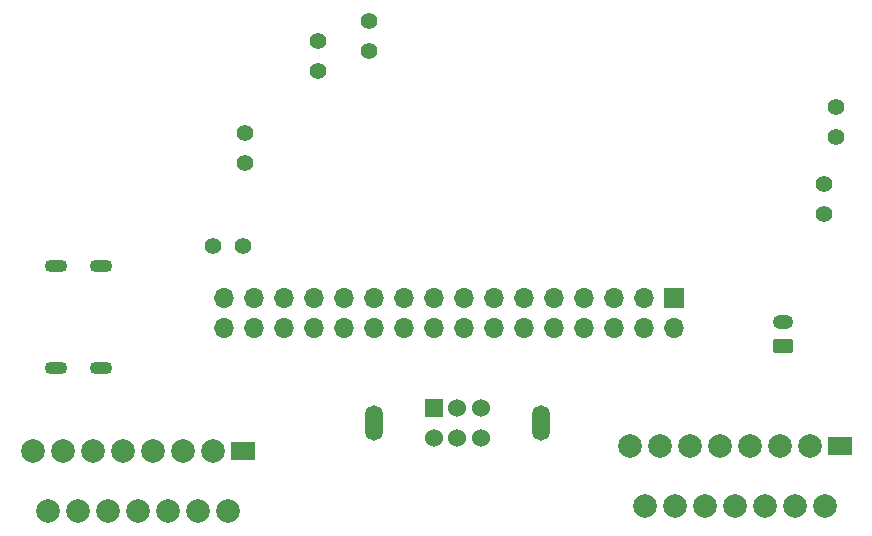
<source format=gbr>
%TF.GenerationSoftware,KiCad,Pcbnew,8.0.9*%
%TF.CreationDate,2025-04-09T23:57:20+02:00*%
%TF.ProjectId,Micro_mouse_final,4d696372-6f5f-46d6-9f75-73655f66696e,rev?*%
%TF.SameCoordinates,Original*%
%TF.FileFunction,Soldermask,Bot*%
%TF.FilePolarity,Negative*%
%FSLAX46Y46*%
G04 Gerber Fmt 4.6, Leading zero omitted, Abs format (unit mm)*
G04 Created by KiCad (PCBNEW 8.0.9) date 2025-04-09 23:57:20*
%MOMM*%
%LPD*%
G01*
G04 APERTURE LIST*
G04 Aperture macros list*
%AMRoundRect*
0 Rectangle with rounded corners*
0 $1 Rounding radius*
0 $2 $3 $4 $5 $6 $7 $8 $9 X,Y pos of 4 corners*
0 Add a 4 corners polygon primitive as box body*
4,1,4,$2,$3,$4,$5,$6,$7,$8,$9,$2,$3,0*
0 Add four circle primitives for the rounded corners*
1,1,$1+$1,$2,$3*
1,1,$1+$1,$4,$5*
1,1,$1+$1,$6,$7*
1,1,$1+$1,$8,$9*
0 Add four rect primitives between the rounded corners*
20,1,$1+$1,$2,$3,$4,$5,0*
20,1,$1+$1,$4,$5,$6,$7,0*
20,1,$1+$1,$6,$7,$8,$9,0*
20,1,$1+$1,$8,$9,$2,$3,0*%
G04 Aperture macros list end*
%ADD10C,1.400000*%
%ADD11R,1.700000X1.700000*%
%ADD12O,1.700000X1.700000*%
%ADD13O,1.900000X1.100000*%
%ADD14R,2.000000X1.600000*%
%ADD15C,2.000000*%
%ADD16R,1.524003X1.524003*%
%ADD17C,1.524003*%
%ADD18O,1.524003X3.000000*%
%ADD19RoundRect,0.250000X0.625000X-0.350000X0.625000X0.350000X-0.625000X0.350000X-0.625000X-0.350000X0*%
%ADD20O,1.750000X1.200000*%
G04 APERTURE END LIST*
D10*
%TO.C,TP5*%
X150000000Y-98540000D03*
X150000000Y-96000000D03*
%TD*%
%TO.C,TP4*%
X145650000Y-100250000D03*
X145650000Y-97710000D03*
%TD*%
D11*
%TO.C,J3*%
X175820000Y-119460000D03*
D12*
X175820000Y-122000000D03*
X173280000Y-119460000D03*
X173280000Y-122000000D03*
X170740000Y-119460000D03*
X170740000Y-122000000D03*
X168200000Y-119460000D03*
X168200000Y-122000000D03*
X165660000Y-119460000D03*
X165660000Y-122000000D03*
X163120000Y-119460000D03*
X163120000Y-122000000D03*
X160580000Y-119460000D03*
X160580000Y-122000000D03*
X158040000Y-119460000D03*
X158040000Y-122000000D03*
X155500000Y-119460000D03*
X155500000Y-122000000D03*
X152960000Y-119460000D03*
X152960000Y-122000000D03*
X150420000Y-119460000D03*
X150420000Y-122000000D03*
X147880000Y-119460000D03*
X147880000Y-122000000D03*
X145340000Y-119460000D03*
X145340000Y-122000000D03*
X142800000Y-119460000D03*
X142800000Y-122000000D03*
X140260000Y-119460000D03*
X140260000Y-122000000D03*
X137720000Y-119460000D03*
X137720000Y-122000000D03*
%TD*%
D13*
%TO.C,J2*%
X127275083Y-116680086D03*
X123474981Y-116680086D03*
X127275083Y-125319914D03*
X123474981Y-125319914D03*
%TD*%
D10*
%TO.C,TP3*%
X188500000Y-109750000D03*
X188500000Y-112290000D03*
%TD*%
%TO.C,TP10*%
X136750000Y-115000000D03*
X139290000Y-115000000D03*
%TD*%
D14*
%TO.C,U8*%
X189810008Y-131919990D03*
D15*
X188540005Y-137000000D03*
X187270003Y-131919990D03*
X186000000Y-137000000D03*
X184729998Y-131919990D03*
X183459995Y-137000000D03*
X182189993Y-131919990D03*
X180919990Y-137000000D03*
X179649987Y-131919990D03*
X178379985Y-137000000D03*
X177109982Y-131919990D03*
X175839980Y-137000000D03*
X174569977Y-131919990D03*
X173299975Y-137000000D03*
X172029972Y-131919990D03*
%TD*%
D14*
%TO.C,U7*%
X139270003Y-132419990D03*
D15*
X138000000Y-137500000D03*
X136729998Y-132419990D03*
X135459995Y-137500000D03*
X134189993Y-132419990D03*
X132919990Y-137500000D03*
X131649988Y-132419990D03*
X130379985Y-137500000D03*
X129109982Y-132419990D03*
X127839980Y-137500000D03*
X126569977Y-132419990D03*
X125299975Y-137500000D03*
X124029972Y-132419990D03*
X122759970Y-137500000D03*
X121489967Y-132419990D03*
%TD*%
D16*
%TO.C,U14*%
X155449962Y-128750063D03*
D17*
X157449962Y-128750063D03*
X159449962Y-128750063D03*
X155449962Y-131250191D03*
X157449962Y-131250191D03*
X159449962Y-131250191D03*
D18*
X164500000Y-130000000D03*
X150399924Y-130000000D03*
%TD*%
D19*
%TO.C,J1*%
X185050000Y-123500000D03*
D20*
X185050000Y-121500000D03*
%TD*%
D10*
%TO.C,TP8*%
X139500000Y-105460000D03*
X139500000Y-108000000D03*
%TD*%
%TO.C,TP6*%
X189500000Y-103250000D03*
X189500000Y-105790000D03*
%TD*%
M02*

</source>
